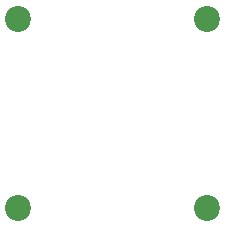
<source format=gbr>
%TF.GenerationSoftware,KiCad,Pcbnew,9.0.1*%
%TF.CreationDate,2025-04-07T22:57:10-07:00*%
%TF.ProjectId,Piramide_Del_Sol,50697261-6d69-4646-955f-44656c5f536f,3.2*%
%TF.SameCoordinates,Original*%
%TF.FileFunction,Soldermask,Bot*%
%TF.FilePolarity,Negative*%
%FSLAX46Y46*%
G04 Gerber Fmt 4.6, Leading zero omitted, Abs format (unit mm)*
G04 Created by KiCad (PCBNEW 9.0.1) date 2025-04-07 22:57:10*
%MOMM*%
%LPD*%
G01*
G04 APERTURE LIST*
%ADD10C,2.200000*%
G04 APERTURE END LIST*
D10*
%TO.C,H1*%
X130000000Y-90000000D03*
%TD*%
%TO.C,H2*%
X130000000Y-106000000D03*
%TD*%
%TO.C,H4*%
X146000000Y-90000000D03*
%TD*%
%TO.C,H3*%
X146000000Y-106000000D03*
%TD*%
M02*

</source>
